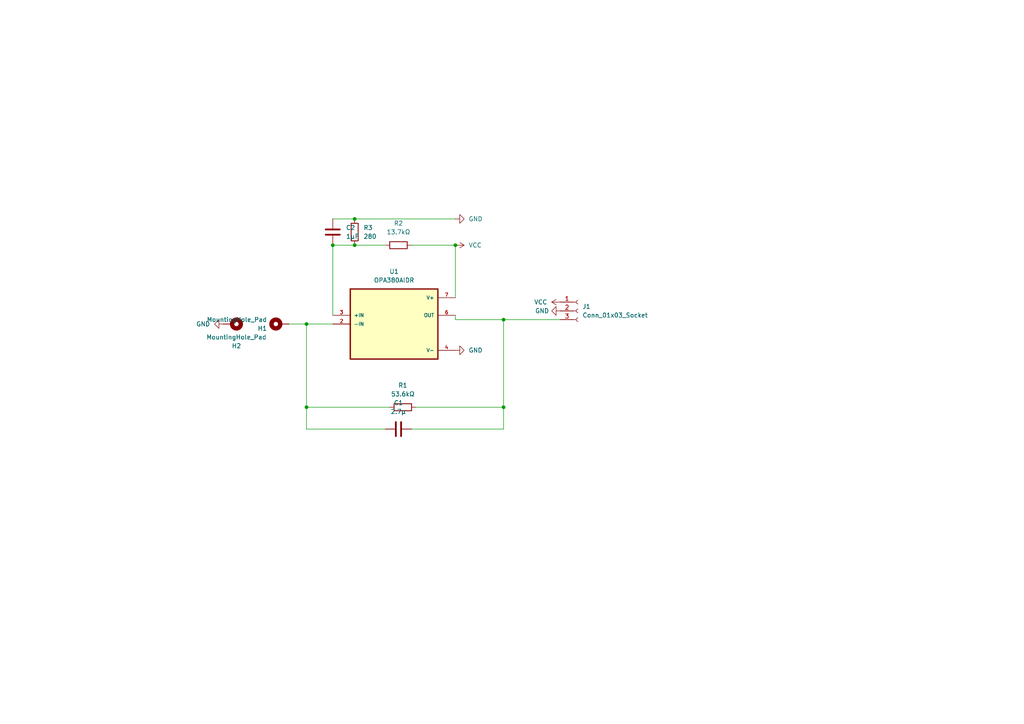
<source format=kicad_sch>
(kicad_sch
	(version 20250114)
	(generator "eeschema")
	(generator_version "9.0")
	(uuid "ecfdb03b-cadf-458e-be5a-7727c0bf1f54")
	(paper "A4")
	(lib_symbols
		(symbol "Connector:Conn_01x03_Socket"
			(pin_names
				(offset 1.016)
				(hide yes)
			)
			(exclude_from_sim no)
			(in_bom yes)
			(on_board yes)
			(property "Reference" "J"
				(at 0 5.08 0)
				(effects
					(font
						(size 1.27 1.27)
					)
				)
			)
			(property "Value" "Conn_01x03_Socket"
				(at 0 -5.08 0)
				(effects
					(font
						(size 1.27 1.27)
					)
				)
			)
			(property "Footprint" ""
				(at 0 0 0)
				(effects
					(font
						(size 1.27 1.27)
					)
					(hide yes)
				)
			)
			(property "Datasheet" "~"
				(at 0 0 0)
				(effects
					(font
						(size 1.27 1.27)
					)
					(hide yes)
				)
			)
			(property "Description" "Generic connector, single row, 01x03, script generated"
				(at 0 0 0)
				(effects
					(font
						(size 1.27 1.27)
					)
					(hide yes)
				)
			)
			(property "ki_locked" ""
				(at 0 0 0)
				(effects
					(font
						(size 1.27 1.27)
					)
				)
			)
			(property "ki_keywords" "connector"
				(at 0 0 0)
				(effects
					(font
						(size 1.27 1.27)
					)
					(hide yes)
				)
			)
			(property "ki_fp_filters" "Connector*:*_1x??_*"
				(at 0 0 0)
				(effects
					(font
						(size 1.27 1.27)
					)
					(hide yes)
				)
			)
			(symbol "Conn_01x03_Socket_1_1"
				(polyline
					(pts
						(xy -1.27 2.54) (xy -0.508 2.54)
					)
					(stroke
						(width 0.1524)
						(type default)
					)
					(fill
						(type none)
					)
				)
				(polyline
					(pts
						(xy -1.27 0) (xy -0.508 0)
					)
					(stroke
						(width 0.1524)
						(type default)
					)
					(fill
						(type none)
					)
				)
				(polyline
					(pts
						(xy -1.27 -2.54) (xy -0.508 -2.54)
					)
					(stroke
						(width 0.1524)
						(type default)
					)
					(fill
						(type none)
					)
				)
				(arc
					(start 0 2.032)
					(mid -0.5058 2.54)
					(end 0 3.048)
					(stroke
						(width 0.1524)
						(type default)
					)
					(fill
						(type none)
					)
				)
				(arc
					(start 0 -0.508)
					(mid -0.5058 0)
					(end 0 0.508)
					(stroke
						(width 0.1524)
						(type default)
					)
					(fill
						(type none)
					)
				)
				(arc
					(start 0 -3.048)
					(mid -0.5058 -2.54)
					(end 0 -2.032)
					(stroke
						(width 0.1524)
						(type default)
					)
					(fill
						(type none)
					)
				)
				(pin passive line
					(at -5.08 2.54 0)
					(length 3.81)
					(name "Pin_1"
						(effects
							(font
								(size 1.27 1.27)
							)
						)
					)
					(number "1"
						(effects
							(font
								(size 1.27 1.27)
							)
						)
					)
				)
				(pin passive line
					(at -5.08 0 0)
					(length 3.81)
					(name "Pin_2"
						(effects
							(font
								(size 1.27 1.27)
							)
						)
					)
					(number "2"
						(effects
							(font
								(size 1.27 1.27)
							)
						)
					)
				)
				(pin passive line
					(at -5.08 -2.54 0)
					(length 3.81)
					(name "Pin_3"
						(effects
							(font
								(size 1.27 1.27)
							)
						)
					)
					(number "3"
						(effects
							(font
								(size 1.27 1.27)
							)
						)
					)
				)
			)
			(embedded_fonts no)
		)
		(symbol "Device:C"
			(pin_numbers
				(hide yes)
			)
			(pin_names
				(offset 0.254)
			)
			(exclude_from_sim no)
			(in_bom yes)
			(on_board yes)
			(property "Reference" "C"
				(at 0.635 2.54 0)
				(effects
					(font
						(size 1.27 1.27)
					)
					(justify left)
				)
			)
			(property "Value" "C"
				(at 0.635 -2.54 0)
				(effects
					(font
						(size 1.27 1.27)
					)
					(justify left)
				)
			)
			(property "Footprint" ""
				(at 0.9652 -3.81 0)
				(effects
					(font
						(size 1.27 1.27)
					)
					(hide yes)
				)
			)
			(property "Datasheet" "~"
				(at 0 0 0)
				(effects
					(font
						(size 1.27 1.27)
					)
					(hide yes)
				)
			)
			(property "Description" "Unpolarized capacitor"
				(at 0 0 0)
				(effects
					(font
						(size 1.27 1.27)
					)
					(hide yes)
				)
			)
			(property "ki_keywords" "cap capacitor"
				(at 0 0 0)
				(effects
					(font
						(size 1.27 1.27)
					)
					(hide yes)
				)
			)
			(property "ki_fp_filters" "C_*"
				(at 0 0 0)
				(effects
					(font
						(size 1.27 1.27)
					)
					(hide yes)
				)
			)
			(symbol "C_0_1"
				(polyline
					(pts
						(xy -2.032 0.762) (xy 2.032 0.762)
					)
					(stroke
						(width 0.508)
						(type default)
					)
					(fill
						(type none)
					)
				)
				(polyline
					(pts
						(xy -2.032 -0.762) (xy 2.032 -0.762)
					)
					(stroke
						(width 0.508)
						(type default)
					)
					(fill
						(type none)
					)
				)
			)
			(symbol "C_1_1"
				(pin passive line
					(at 0 3.81 270)
					(length 2.794)
					(name "~"
						(effects
							(font
								(size 1.27 1.27)
							)
						)
					)
					(number "1"
						(effects
							(font
								(size 1.27 1.27)
							)
						)
					)
				)
				(pin passive line
					(at 0 -3.81 90)
					(length 2.794)
					(name "~"
						(effects
							(font
								(size 1.27 1.27)
							)
						)
					)
					(number "2"
						(effects
							(font
								(size 1.27 1.27)
							)
						)
					)
				)
			)
			(embedded_fonts no)
		)
		(symbol "Device:R"
			(pin_numbers
				(hide yes)
			)
			(pin_names
				(offset 0)
			)
			(exclude_from_sim no)
			(in_bom yes)
			(on_board yes)
			(property "Reference" "R"
				(at 2.032 0 90)
				(effects
					(font
						(size 1.27 1.27)
					)
				)
			)
			(property "Value" "R"
				(at 0 0 90)
				(effects
					(font
						(size 1.27 1.27)
					)
				)
			)
			(property "Footprint" ""
				(at -1.778 0 90)
				(effects
					(font
						(size 1.27 1.27)
					)
					(hide yes)
				)
			)
			(property "Datasheet" "~"
				(at 0 0 0)
				(effects
					(font
						(size 1.27 1.27)
					)
					(hide yes)
				)
			)
			(property "Description" "Resistor"
				(at 0 0 0)
				(effects
					(font
						(size 1.27 1.27)
					)
					(hide yes)
				)
			)
			(property "ki_keywords" "R res resistor"
				(at 0 0 0)
				(effects
					(font
						(size 1.27 1.27)
					)
					(hide yes)
				)
			)
			(property "ki_fp_filters" "R_*"
				(at 0 0 0)
				(effects
					(font
						(size 1.27 1.27)
					)
					(hide yes)
				)
			)
			(symbol "R_0_1"
				(rectangle
					(start -1.016 -2.54)
					(end 1.016 2.54)
					(stroke
						(width 0.254)
						(type default)
					)
					(fill
						(type none)
					)
				)
			)
			(symbol "R_1_1"
				(pin passive line
					(at 0 3.81 270)
					(length 1.27)
					(name "~"
						(effects
							(font
								(size 1.27 1.27)
							)
						)
					)
					(number "1"
						(effects
							(font
								(size 1.27 1.27)
							)
						)
					)
				)
				(pin passive line
					(at 0 -3.81 90)
					(length 1.27)
					(name "~"
						(effects
							(font
								(size 1.27 1.27)
							)
						)
					)
					(number "2"
						(effects
							(font
								(size 1.27 1.27)
							)
						)
					)
				)
			)
			(embedded_fonts no)
		)
		(symbol "Mechanical:MountingHole_Pad"
			(pin_numbers
				(hide yes)
			)
			(pin_names
				(offset 1.016)
				(hide yes)
			)
			(exclude_from_sim no)
			(in_bom no)
			(on_board yes)
			(property "Reference" "H"
				(at 0 6.35 0)
				(effects
					(font
						(size 1.27 1.27)
					)
				)
			)
			(property "Value" "MountingHole_Pad"
				(at 0 4.445 0)
				(effects
					(font
						(size 1.27 1.27)
					)
				)
			)
			(property "Footprint" ""
				(at 0 0 0)
				(effects
					(font
						(size 1.27 1.27)
					)
					(hide yes)
				)
			)
			(property "Datasheet" "~"
				(at 0 0 0)
				(effects
					(font
						(size 1.27 1.27)
					)
					(hide yes)
				)
			)
			(property "Description" "Mounting Hole with connection"
				(at 0 0 0)
				(effects
					(font
						(size 1.27 1.27)
					)
					(hide yes)
				)
			)
			(property "ki_keywords" "mounting hole"
				(at 0 0 0)
				(effects
					(font
						(size 1.27 1.27)
					)
					(hide yes)
				)
			)
			(property "ki_fp_filters" "MountingHole*Pad*"
				(at 0 0 0)
				(effects
					(font
						(size 1.27 1.27)
					)
					(hide yes)
				)
			)
			(symbol "MountingHole_Pad_0_1"
				(circle
					(center 0 1.27)
					(radius 1.27)
					(stroke
						(width 1.27)
						(type default)
					)
					(fill
						(type none)
					)
				)
			)
			(symbol "MountingHole_Pad_1_1"
				(pin input line
					(at 0 -2.54 90)
					(length 2.54)
					(name "1"
						(effects
							(font
								(size 1.27 1.27)
							)
						)
					)
					(number "1"
						(effects
							(font
								(size 1.27 1.27)
							)
						)
					)
				)
			)
			(embedded_fonts no)
		)
		(symbol "OPA380AIDR:OPA380AIDR"
			(pin_names
				(offset 1.016)
			)
			(exclude_from_sim no)
			(in_bom yes)
			(on_board yes)
			(property "Reference" "U"
				(at -12.7 11.16 0)
				(effects
					(font
						(size 1.27 1.27)
					)
					(justify left bottom)
				)
			)
			(property "Value" "OPA380AIDR"
				(at -12.7 -14.16 0)
				(effects
					(font
						(size 1.27 1.27)
					)
					(justify left bottom)
				)
			)
			(property "Footprint" "OPA380AIDR:SOIC127P599X175-8N"
				(at 0 0 0)
				(effects
					(font
						(size 1.27 1.27)
					)
					(justify bottom)
					(hide yes)
				)
			)
			(property "Datasheet" ""
				(at 0 0 0)
				(effects
					(font
						(size 1.27 1.27)
					)
					(hide yes)
				)
			)
			(property "Description" ""
				(at 0 0 0)
				(effects
					(font
						(size 1.27 1.27)
					)
					(hide yes)
				)
			)
			(property "MF" "Texas Instruments"
				(at 0 0 0)
				(effects
					(font
						(size 1.27 1.27)
					)
					(justify bottom)
					(hide yes)
				)
			)
			(property "Description_1" "Single, High-Speed Precision Transimpedance Amplifier"
				(at 0 0 0)
				(effects
					(font
						(size 1.27 1.27)
					)
					(justify bottom)
					(hide yes)
				)
			)
			(property "Package" "SOIC-8 Texas Instruments"
				(at 0 0 0)
				(effects
					(font
						(size 1.27 1.27)
					)
					(justify bottom)
					(hide yes)
				)
			)
			(property "Price" "None"
				(at 0 0 0)
				(effects
					(font
						(size 1.27 1.27)
					)
					(justify bottom)
					(hide yes)
				)
			)
			(property "SnapEDA_Link" "https://www.snapeda.com/parts/OPA380AIDR/Texas+Instruments/view-part/?ref=snap"
				(at 0 0 0)
				(effects
					(font
						(size 1.27 1.27)
					)
					(justify bottom)
					(hide yes)
				)
			)
			(property "MP" "OPA380AIDR"
				(at 0 0 0)
				(effects
					(font
						(size 1.27 1.27)
					)
					(justify bottom)
					(hide yes)
				)
			)
			(property "Availability" "In Stock"
				(at 0 0 0)
				(effects
					(font
						(size 1.27 1.27)
					)
					(justify bottom)
					(hide yes)
				)
			)
			(property "Check_prices" "https://www.snapeda.com/parts/OPA380AIDR/Texas+Instruments/view-part/?ref=eda"
				(at 0 0 0)
				(effects
					(font
						(size 1.27 1.27)
					)
					(justify bottom)
					(hide yes)
				)
			)
			(symbol "OPA380AIDR_0_0"
				(rectangle
					(start -12.7 -10.16)
					(end 12.7 10.16)
					(stroke
						(width 0.41)
						(type default)
					)
					(fill
						(type background)
					)
				)
				(pin input line
					(at -17.78 2.54 0)
					(length 5.08)
					(name "+IN"
						(effects
							(font
								(size 1.016 1.016)
							)
						)
					)
					(number "3"
						(effects
							(font
								(size 1.016 1.016)
							)
						)
					)
				)
				(pin input line
					(at -17.78 0 0)
					(length 5.08)
					(name "-IN"
						(effects
							(font
								(size 1.016 1.016)
							)
						)
					)
					(number "2"
						(effects
							(font
								(size 1.016 1.016)
							)
						)
					)
				)
				(pin power_in line
					(at 17.78 7.62 180)
					(length 5.08)
					(name "V+"
						(effects
							(font
								(size 1.016 1.016)
							)
						)
					)
					(number "7"
						(effects
							(font
								(size 1.016 1.016)
							)
						)
					)
				)
				(pin output line
					(at 17.78 2.54 180)
					(length 5.08)
					(name "OUT"
						(effects
							(font
								(size 1.016 1.016)
							)
						)
					)
					(number "6"
						(effects
							(font
								(size 1.016 1.016)
							)
						)
					)
				)
				(pin power_in line
					(at 17.78 -7.62 180)
					(length 5.08)
					(name "V-"
						(effects
							(font
								(size 1.016 1.016)
							)
						)
					)
					(number "4"
						(effects
							(font
								(size 1.016 1.016)
							)
						)
					)
				)
			)
			(embedded_fonts no)
		)
		(symbol "power:GND"
			(power)
			(pin_numbers
				(hide yes)
			)
			(pin_names
				(offset 0)
				(hide yes)
			)
			(exclude_from_sim no)
			(in_bom yes)
			(on_board yes)
			(property "Reference" "#PWR"
				(at 0 -6.35 0)
				(effects
					(font
						(size 1.27 1.27)
					)
					(hide yes)
				)
			)
			(property "Value" "GND"
				(at 0 -3.81 0)
				(effects
					(font
						(size 1.27 1.27)
					)
				)
			)
			(property "Footprint" ""
				(at 0 0 0)
				(effects
					(font
						(size 1.27 1.27)
					)
					(hide yes)
				)
			)
			(property "Datasheet" ""
				(at 0 0 0)
				(effects
					(font
						(size 1.27 1.27)
					)
					(hide yes)
				)
			)
			(property "Description" "Power symbol creates a global label with name \"GND\" , ground"
				(at 0 0 0)
				(effects
					(font
						(size 1.27 1.27)
					)
					(hide yes)
				)
			)
			(property "ki_keywords" "global power"
				(at 0 0 0)
				(effects
					(font
						(size 1.27 1.27)
					)
					(hide yes)
				)
			)
			(symbol "GND_0_1"
				(polyline
					(pts
						(xy 0 0) (xy 0 -1.27) (xy 1.27 -1.27) (xy 0 -2.54) (xy -1.27 -1.27) (xy 0 -1.27)
					)
					(stroke
						(width 0)
						(type default)
					)
					(fill
						(type none)
					)
				)
			)
			(symbol "GND_1_1"
				(pin power_in line
					(at 0 0 270)
					(length 0)
					(name "~"
						(effects
							(font
								(size 1.27 1.27)
							)
						)
					)
					(number "1"
						(effects
							(font
								(size 1.27 1.27)
							)
						)
					)
				)
			)
			(embedded_fonts no)
		)
		(symbol "power:VCC"
			(power)
			(pin_numbers
				(hide yes)
			)
			(pin_names
				(offset 0)
				(hide yes)
			)
			(exclude_from_sim no)
			(in_bom yes)
			(on_board yes)
			(property "Reference" "#PWR"
				(at 0 -3.81 0)
				(effects
					(font
						(size 1.27 1.27)
					)
					(hide yes)
				)
			)
			(property "Value" "VCC"
				(at 0 3.556 0)
				(effects
					(font
						(size 1.27 1.27)
					)
				)
			)
			(property "Footprint" ""
				(at 0 0 0)
				(effects
					(font
						(size 1.27 1.27)
					)
					(hide yes)
				)
			)
			(property "Datasheet" ""
				(at 0 0 0)
				(effects
					(font
						(size 1.27 1.27)
					)
					(hide yes)
				)
			)
			(property "Description" "Power symbol creates a global label with name \"VCC\""
				(at 0 0 0)
				(effects
					(font
						(size 1.27 1.27)
					)
					(hide yes)
				)
			)
			(property "ki_keywords" "global power"
				(at 0 0 0)
				(effects
					(font
						(size 1.27 1.27)
					)
					(hide yes)
				)
			)
			(symbol "VCC_0_1"
				(polyline
					(pts
						(xy -0.762 1.27) (xy 0 2.54)
					)
					(stroke
						(width 0)
						(type default)
					)
					(fill
						(type none)
					)
				)
				(polyline
					(pts
						(xy 0 2.54) (xy 0.762 1.27)
					)
					(stroke
						(width 0)
						(type default)
					)
					(fill
						(type none)
					)
				)
				(polyline
					(pts
						(xy 0 0) (xy 0 2.54)
					)
					(stroke
						(width 0)
						(type default)
					)
					(fill
						(type none)
					)
				)
			)
			(symbol "VCC_1_1"
				(pin power_in line
					(at 0 0 90)
					(length 0)
					(name "~"
						(effects
							(font
								(size 1.27 1.27)
							)
						)
					)
					(number "1"
						(effects
							(font
								(size 1.27 1.27)
							)
						)
					)
				)
			)
			(embedded_fonts no)
		)
	)
	(junction
		(at 146.05 92.71)
		(diameter 0)
		(color 0 0 0 0)
		(uuid "0a0f1086-df9d-450c-a4d6-d76747f0c650")
	)
	(junction
		(at 96.52 71.12)
		(diameter 0)
		(color 0 0 0 0)
		(uuid "0aaca79d-ac27-42fa-a153-884833858876")
	)
	(junction
		(at 88.9 118.11)
		(diameter 0)
		(color 0 0 0 0)
		(uuid "0dd6ba86-992b-4e63-a59d-93679269b046")
	)
	(junction
		(at 88.9 93.98)
		(diameter 0)
		(color 0 0 0 0)
		(uuid "1c76166d-98b8-4781-94d0-15e779e5dd99")
	)
	(junction
		(at 102.87 63.5)
		(diameter 0)
		(color 0 0 0 0)
		(uuid "4d065138-8b4e-404b-9da2-0cf3fdd06a36")
	)
	(junction
		(at 102.87 71.12)
		(diameter 0)
		(color 0 0 0 0)
		(uuid "816a6026-5d27-4738-a550-e9cf21150204")
	)
	(junction
		(at 146.05 118.11)
		(diameter 0)
		(color 0 0 0 0)
		(uuid "ddcc6dce-7c7e-4316-a82c-bf4dd7945565")
	)
	(junction
		(at 132.08 71.12)
		(diameter 0)
		(color 0 0 0 0)
		(uuid "e46b726e-dda5-46f8-8380-05514f989ff3")
	)
	(wire
		(pts
			(xy 96.52 91.44) (xy 96.52 71.12)
		)
		(stroke
			(width 0)
			(type default)
		)
		(uuid "0056f78d-d628-4391-a371-18f7c0e7ee5e")
	)
	(wire
		(pts
			(xy 83.82 93.98) (xy 88.9 93.98)
		)
		(stroke
			(width 0)
			(type default)
		)
		(uuid "055d389e-bb61-45f2-937d-7f267018a191")
	)
	(wire
		(pts
			(xy 146.05 124.46) (xy 146.05 118.11)
		)
		(stroke
			(width 0)
			(type default)
		)
		(uuid "0b40b5e3-584d-4b25-b966-dad2bf3ebb65")
	)
	(wire
		(pts
			(xy 120.65 118.11) (xy 146.05 118.11)
		)
		(stroke
			(width 0)
			(type default)
		)
		(uuid "0f10ae2e-d185-4c0d-a92a-123eacceb61e")
	)
	(wire
		(pts
			(xy 119.38 71.12) (xy 132.08 71.12)
		)
		(stroke
			(width 0)
			(type default)
		)
		(uuid "1039c00d-a014-4f00-9957-adceacbb9927")
	)
	(wire
		(pts
			(xy 96.52 71.12) (xy 102.87 71.12)
		)
		(stroke
			(width 0)
			(type default)
		)
		(uuid "297b9459-19a3-433c-8924-9e08f085477a")
	)
	(wire
		(pts
			(xy 146.05 118.11) (xy 146.05 92.71)
		)
		(stroke
			(width 0)
			(type default)
		)
		(uuid "2b41efb5-92b4-4755-9ded-8e32458cc666")
	)
	(wire
		(pts
			(xy 88.9 93.98) (xy 88.9 118.11)
		)
		(stroke
			(width 0)
			(type default)
		)
		(uuid "40f40aa9-b06a-40d9-977c-b82e2cfa2abe")
	)
	(wire
		(pts
			(xy 88.9 118.11) (xy 88.9 124.46)
		)
		(stroke
			(width 0)
			(type default)
		)
		(uuid "5d056b4a-c2d7-4455-b79f-f8fe66efc4e4")
	)
	(wire
		(pts
			(xy 146.05 92.71) (xy 132.08 92.71)
		)
		(stroke
			(width 0)
			(type default)
		)
		(uuid "9117c6db-066b-4b95-a606-a10cc81a9fc7")
	)
	(wire
		(pts
			(xy 102.87 63.5) (xy 132.08 63.5)
		)
		(stroke
			(width 0)
			(type default)
		)
		(uuid "9830e8c5-47ba-40db-a77f-d0e16c960ff2")
	)
	(wire
		(pts
			(xy 88.9 93.98) (xy 96.52 93.98)
		)
		(stroke
			(width 0)
			(type default)
		)
		(uuid "bb7c61bc-be92-4d6d-8b61-4abc70c4c1e8")
	)
	(wire
		(pts
			(xy 88.9 118.11) (xy 113.03 118.11)
		)
		(stroke
			(width 0)
			(type default)
		)
		(uuid "cd7ef475-38f6-4efa-af40-9095a4ef7fb3")
	)
	(wire
		(pts
			(xy 88.9 124.46) (xy 111.76 124.46)
		)
		(stroke
			(width 0)
			(type default)
		)
		(uuid "d3f911c2-a5d7-477c-a962-eaace17fdba7")
	)
	(wire
		(pts
			(xy 119.38 124.46) (xy 146.05 124.46)
		)
		(stroke
			(width 0)
			(type default)
		)
		(uuid "da7d9094-87e0-4457-b7c2-04ae89a79dcb")
	)
	(wire
		(pts
			(xy 132.08 71.12) (xy 132.08 86.36)
		)
		(stroke
			(width 0)
			(type default)
		)
		(uuid "db1ac759-f978-4e49-9ffd-57f6151fac2a")
	)
	(wire
		(pts
			(xy 132.08 92.71) (xy 132.08 91.44)
		)
		(stroke
			(width 0)
			(type default)
		)
		(uuid "e8f55004-8b73-4e89-9b33-5cf7d8b8fe88")
	)
	(wire
		(pts
			(xy 96.52 63.5) (xy 102.87 63.5)
		)
		(stroke
			(width 0)
			(type default)
		)
		(uuid "ed6f2d34-b6c7-47b3-b2f6-46a1fac70d5b")
	)
	(wire
		(pts
			(xy 162.56 92.71) (xy 146.05 92.71)
		)
		(stroke
			(width 0)
			(type default)
		)
		(uuid "f8e627c3-c865-4c6f-a248-a4c8888d194e")
	)
	(wire
		(pts
			(xy 102.87 71.12) (xy 111.76 71.12)
		)
		(stroke
			(width 0)
			(type default)
		)
		(uuid "feb5958b-216a-4016-a04e-ba4a0f981e66")
	)
	(symbol
		(lib_id "Device:R")
		(at 116.84 118.11 90)
		(unit 1)
		(exclude_from_sim no)
		(in_bom yes)
		(on_board yes)
		(dnp no)
		(fields_autoplaced yes)
		(uuid "00794630-3f07-4e74-9535-014f3bce6a07")
		(property "Reference" "R1"
			(at 116.84 111.76 90)
			(effects
				(font
					(size 1.27 1.27)
				)
			)
		)
		(property "Value" "53.6kΩ"
			(at 116.84 114.3 90)
			(effects
				(font
					(size 1.27 1.27)
				)
			)
		)
		(property "Footprint" "Resistor_SMD:R_0805_2012Metric_Pad1.20x1.40mm_HandSolder"
			(at 116.84 119.888 90)
			(effects
				(font
					(size 1.27 1.27)
				)
				(hide yes)
			)
		)
		(property "Datasheet" "~"
			(at 116.84 118.11 0)
			(effects
				(font
					(size 1.27 1.27)
				)
				(hide yes)
			)
		)
		(property "Description" "Resistor"
			(at 116.84 118.11 0)
			(effects
				(font
					(size 1.27 1.27)
				)
				(hide yes)
			)
		)
		(pin "2"
			(uuid "f9ed51e6-5af2-4c1a-94d1-02815fce6ec5")
		)
		(pin "1"
			(uuid "033ec379-bdd6-422e-81fc-9aebb0fc0e3c")
		)
		(instances
			(project ""
				(path "/ecfdb03b-cadf-458e-be5a-7727c0bf1f54"
					(reference "R1")
					(unit 1)
				)
			)
		)
	)
	(symbol
		(lib_id "Connector:Conn_01x03_Socket")
		(at 167.64 90.17 0)
		(unit 1)
		(exclude_from_sim no)
		(in_bom yes)
		(on_board yes)
		(dnp no)
		(fields_autoplaced yes)
		(uuid "0970aef1-d7e5-4917-9c50-210179a5f3d0")
		(property "Reference" "J1"
			(at 168.91 88.8999 0)
			(effects
				(font
					(size 1.27 1.27)
				)
				(justify left)
			)
		)
		(property "Value" "Conn_01x03_Socket"
			(at 168.91 91.4399 0)
			(effects
				(font
					(size 1.27 1.27)
				)
				(justify left)
			)
		)
		(property "Footprint" "Connector_PinHeader_1.00mm:PinHeader_1x03_P1.00mm_Horizontal"
			(at 167.64 90.17 0)
			(effects
				(font
					(size 1.27 1.27)
				)
				(hide yes)
			)
		)
		(property "Datasheet" "~"
			(at 167.64 90.17 0)
			(effects
				(font
					(size 1.27 1.27)
				)
				(hide yes)
			)
		)
		(property "Description" "Generic connector, single row, 01x03, script generated"
			(at 167.64 90.17 0)
			(effects
				(font
					(size 1.27 1.27)
				)
				(hide yes)
			)
		)
		(pin "2"
			(uuid "029cc4d8-b42e-40ed-b0c6-fae8b54479f4")
		)
		(pin "1"
			(uuid "be60ef41-5944-4d3d-b3b8-b2438fc347de")
		)
		(pin "3"
			(uuid "e5b2a6c8-8e0a-4467-85c3-503785b31273")
		)
		(instances
			(project ""
				(path "/ecfdb03b-cadf-458e-be5a-7727c0bf1f54"
					(reference "J1")
					(unit 1)
				)
			)
		)
	)
	(symbol
		(lib_id "power:GND")
		(at 132.08 63.5 90)
		(unit 1)
		(exclude_from_sim no)
		(in_bom yes)
		(on_board yes)
		(dnp no)
		(fields_autoplaced yes)
		(uuid "2af9bfa6-9262-4bf4-9e97-bde6680adf2c")
		(property "Reference" "#PWR06"
			(at 138.43 63.5 0)
			(effects
				(font
					(size 1.27 1.27)
				)
				(hide yes)
			)
		)
		(property "Value" "GND"
			(at 135.89 63.4999 90)
			(effects
				(font
					(size 1.27 1.27)
				)
				(justify right)
			)
		)
		(property "Footprint" ""
			(at 132.08 63.5 0)
			(effects
				(font
					(size 1.27 1.27)
				)
				(hide yes)
			)
		)
		(property "Datasheet" ""
			(at 132.08 63.5 0)
			(effects
				(font
					(size 1.27 1.27)
				)
				(hide yes)
			)
		)
		(property "Description" "Power symbol creates a global label with name \"GND\" , ground"
			(at 132.08 63.5 0)
			(effects
				(font
					(size 1.27 1.27)
				)
				(hide yes)
			)
		)
		(pin "1"
			(uuid "ad3ae06a-a575-499c-a125-b210e3d5c4aa")
		)
		(instances
			(project "greenlight"
				(path "/ecfdb03b-cadf-458e-be5a-7727c0bf1f54"
					(reference "#PWR06")
					(unit 1)
				)
			)
		)
	)
	(symbol
		(lib_id "Device:R")
		(at 115.57 71.12 90)
		(unit 1)
		(exclude_from_sim no)
		(in_bom yes)
		(on_board yes)
		(dnp no)
		(fields_autoplaced yes)
		(uuid "3db99da0-a7e9-4dba-baa5-f271445496da")
		(property "Reference" "R2"
			(at 115.57 64.77 90)
			(effects
				(font
					(size 1.27 1.27)
				)
			)
		)
		(property "Value" "13.7kΩ"
			(at 115.57 67.31 90)
			(effects
				(font
					(size 1.27 1.27)
				)
			)
		)
		(property "Footprint" "Resistor_SMD:R_0805_2012Metric_Pad1.20x1.40mm_HandSolder"
			(at 115.57 72.898 90)
			(effects
				(font
					(size 1.27 1.27)
				)
				(hide yes)
			)
		)
		(property "Datasheet" "~"
			(at 115.57 71.12 0)
			(effects
				(font
					(size 1.27 1.27)
				)
				(hide yes)
			)
		)
		(property "Description" "Resistor"
			(at 115.57 71.12 0)
			(effects
				(font
					(size 1.27 1.27)
				)
				(hide yes)
			)
		)
		(pin "1"
			(uuid "0faea31f-a3ac-4d2a-9f37-c84f50cfd1b2")
		)
		(pin "2"
			(uuid "29384f89-710a-4561-83d3-14422638dbc2")
		)
		(instances
			(project ""
				(path "/ecfdb03b-cadf-458e-be5a-7727c0bf1f54"
					(reference "R2")
					(unit 1)
				)
			)
		)
	)
	(symbol
		(lib_id "power:GND")
		(at 132.08 101.6 90)
		(unit 1)
		(exclude_from_sim no)
		(in_bom yes)
		(on_board yes)
		(dnp no)
		(fields_autoplaced yes)
		(uuid "4bff2ff2-dd54-4ac2-9b54-f1d937f12cd2")
		(property "Reference" "#PWR05"
			(at 138.43 101.6 0)
			(effects
				(font
					(size 1.27 1.27)
				)
				(hide yes)
			)
		)
		(property "Value" "GND"
			(at 135.89 101.5999 90)
			(effects
				(font
					(size 1.27 1.27)
				)
				(justify right)
			)
		)
		(property "Footprint" ""
			(at 132.08 101.6 0)
			(effects
				(font
					(size 1.27 1.27)
				)
				(hide yes)
			)
		)
		(property "Datasheet" ""
			(at 132.08 101.6 0)
			(effects
				(font
					(size 1.27 1.27)
				)
				(hide yes)
			)
		)
		(property "Description" "Power symbol creates a global label with name \"GND\" , ground"
			(at 132.08 101.6 0)
			(effects
				(font
					(size 1.27 1.27)
				)
				(hide yes)
			)
		)
		(pin "1"
			(uuid "45d06b44-6731-4dc5-b8f7-0c1feb3dc8cd")
		)
		(instances
			(project ""
				(path "/ecfdb03b-cadf-458e-be5a-7727c0bf1f54"
					(reference "#PWR05")
					(unit 1)
				)
			)
		)
	)
	(symbol
		(lib_id "power:GND")
		(at 64.77 93.98 270)
		(unit 1)
		(exclude_from_sim no)
		(in_bom yes)
		(on_board yes)
		(dnp no)
		(fields_autoplaced yes)
		(uuid "6db17a65-3a0f-4e26-ae08-d778dd04d6c5")
		(property "Reference" "#PWR01"
			(at 58.42 93.98 0)
			(effects
				(font
					(size 1.27 1.27)
				)
				(hide yes)
			)
		)
		(property "Value" "GND"
			(at 60.96 93.9801 90)
			(effects
				(font
					(size 1.27 1.27)
				)
				(justify right)
			)
		)
		(property "Footprint" ""
			(at 64.77 93.98 0)
			(effects
				(font
					(size 1.27 1.27)
				)
				(hide yes)
			)
		)
		(property "Datasheet" ""
			(at 64.77 93.98 0)
			(effects
				(font
					(size 1.27 1.27)
				)
				(hide yes)
			)
		)
		(property "Description" "Power symbol creates a global label with name \"GND\" , ground"
			(at 64.77 93.98 0)
			(effects
				(font
					(size 1.27 1.27)
				)
				(hide yes)
			)
		)
		(pin "1"
			(uuid "790f8e6c-a4b4-4e19-84fe-5b51ab82510b")
		)
		(instances
			(project ""
				(path "/ecfdb03b-cadf-458e-be5a-7727c0bf1f54"
					(reference "#PWR01")
					(unit 1)
				)
			)
		)
	)
	(symbol
		(lib_id "Device:C")
		(at 96.52 67.31 180)
		(unit 1)
		(exclude_from_sim no)
		(in_bom yes)
		(on_board yes)
		(dnp no)
		(fields_autoplaced yes)
		(uuid "79ef26bb-eb01-4efb-9dae-ebaf67a75368")
		(property "Reference" "C2"
			(at 100.33 66.0399 0)
			(effects
				(font
					(size 1.27 1.27)
				)
				(justify right)
			)
		)
		(property "Value" "1µF"
			(at 100.33 68.5799 0)
			(effects
				(font
					(size 1.27 1.27)
				)
				(justify right)
			)
		)
		(property "Footprint" "Capacitor_SMD:C_0805_2012Metric_Pad1.18x1.45mm_HandSolder"
			(at 95.5548 63.5 0)
			(effects
				(font
					(size 1.27 1.27)
				)
				(hide yes)
			)
		)
		(property "Datasheet" "~"
			(at 96.52 67.31 0)
			(effects
				(font
					(size 1.27 1.27)
				)
				(hide yes)
			)
		)
		(property "Description" "Unpolarized capacitor"
			(at 96.52 67.31 0)
			(effects
				(font
					(size 1.27 1.27)
				)
				(hide yes)
			)
		)
		(pin "1"
			(uuid "5a0dd331-0f16-4111-b7ac-4ceef3e2684d")
		)
		(pin "2"
			(uuid "b24a694c-37d7-4aa7-b171-1b7425cfd788")
		)
		(instances
			(project "greenlight"
				(path "/ecfdb03b-cadf-458e-be5a-7727c0bf1f54"
					(reference "C2")
					(unit 1)
				)
			)
		)
	)
	(symbol
		(lib_id "Mechanical:MountingHole_Pad")
		(at 67.31 93.98 270)
		(unit 1)
		(exclude_from_sim no)
		(in_bom no)
		(on_board yes)
		(dnp no)
		(fields_autoplaced yes)
		(uuid "a39b018a-91da-4353-b56e-ff6609b514ea")
		(property "Reference" "H2"
			(at 68.58 100.33 90)
			(effects
				(font
					(size 1.27 1.27)
				)
			)
		)
		(property "Value" "MountingHole_Pad"
			(at 68.58 97.79 90)
			(effects
				(font
					(size 1.27 1.27)
				)
			)
		)
		(property "Footprint" "MountingHole:MountingHole_2.5mm_Pad"
			(at 67.31 93.98 0)
			(effects
				(font
					(size 1.27 1.27)
				)
				(hide yes)
			)
		)
		(property "Datasheet" "~"
			(at 67.31 93.98 0)
			(effects
				(font
					(size 1.27 1.27)
				)
				(hide yes)
			)
		)
		(property "Description" "Mounting Hole with connection"
			(at 67.31 93.98 0)
			(effects
				(font
					(size 1.27 1.27)
				)
				(hide yes)
			)
		)
		(pin "1"
			(uuid "923b38ca-0547-4260-86f1-b8ea441a8371")
		)
		(instances
			(project "greenlight"
				(path "/ecfdb03b-cadf-458e-be5a-7727c0bf1f54"
					(reference "H2")
					(unit 1)
				)
			)
		)
	)
	(symbol
		(lib_id "power:VCC")
		(at 132.08 71.12 270)
		(unit 1)
		(exclude_from_sim no)
		(in_bom yes)
		(on_board yes)
		(dnp no)
		(fields_autoplaced yes)
		(uuid "ab85efdb-d84e-4230-a288-756efe3c55c2")
		(property "Reference" "#PWR04"
			(at 128.27 71.12 0)
			(effects
				(font
					(size 1.27 1.27)
				)
				(hide yes)
			)
		)
		(property "Value" "VCC"
			(at 135.89 71.1199 90)
			(effects
				(font
					(size 1.27 1.27)
				)
				(justify left)
			)
		)
		(property "Footprint" ""
			(at 132.08 71.12 0)
			(effects
				(font
					(size 1.27 1.27)
				)
				(hide yes)
			)
		)
		(property "Datasheet" ""
			(at 132.08 71.12 0)
			(effects
				(font
					(size 1.27 1.27)
				)
				(hide yes)
			)
		)
		(property "Description" "Power symbol creates a global label with name \"VCC\""
			(at 132.08 71.12 0)
			(effects
				(font
					(size 1.27 1.27)
				)
				(hide yes)
			)
		)
		(pin "1"
			(uuid "18b4a25b-74a4-4449-a623-f87c4c321685")
		)
		(instances
			(project ""
				(path "/ecfdb03b-cadf-458e-be5a-7727c0bf1f54"
					(reference "#PWR04")
					(unit 1)
				)
			)
		)
	)
	(symbol
		(lib_id "power:VCC")
		(at 162.56 87.63 90)
		(unit 1)
		(exclude_from_sim no)
		(in_bom yes)
		(on_board yes)
		(dnp no)
		(fields_autoplaced yes)
		(uuid "cfc85f27-7aeb-4bf8-9956-8b44f9736c5a")
		(property "Reference" "#PWR02"
			(at 166.37 87.63 0)
			(effects
				(font
					(size 1.27 1.27)
				)
				(hide yes)
			)
		)
		(property "Value" "VCC"
			(at 158.75 87.6299 90)
			(effects
				(font
					(size 1.27 1.27)
				)
				(justify left)
			)
		)
		(property "Footprint" ""
			(at 162.56 87.63 0)
			(effects
				(font
					(size 1.27 1.27)
				)
				(hide yes)
			)
		)
		(property "Datasheet" ""
			(at 162.56 87.63 0)
			(effects
				(font
					(size 1.27 1.27)
				)
				(hide yes)
			)
		)
		(property "Description" "Power symbol creates a global label with name \"VCC\""
			(at 162.56 87.63 0)
			(effects
				(font
					(size 1.27 1.27)
				)
				(hide yes)
			)
		)
		(pin "1"
			(uuid "59c24ef2-bf5b-4e1d-9883-b80af8fa40e5")
		)
		(instances
			(project ""
				(path "/ecfdb03b-cadf-458e-be5a-7727c0bf1f54"
					(reference "#PWR02")
					(unit 1)
				)
			)
		)
	)
	(symbol
		(lib_id "Device:R")
		(at 102.87 67.31 0)
		(unit 1)
		(exclude_from_sim no)
		(in_bom yes)
		(on_board yes)
		(dnp no)
		(fields_autoplaced yes)
		(uuid "d5db96fd-26b0-4adf-90ec-6cb4d37ad54c")
		(property "Reference" "R3"
			(at 105.41 66.0399 0)
			(effects
				(font
					(size 1.27 1.27)
				)
				(justify left)
			)
		)
		(property "Value" "280"
			(at 105.41 68.5799 0)
			(effects
				(font
					(size 1.27 1.27)
				)
				(justify left)
			)
		)
		(property "Footprint" "Resistor_SMD:R_0805_2012Metric_Pad1.20x1.40mm_HandSolder"
			(at 101.092 67.31 90)
			(effects
				(font
					(size 1.27 1.27)
				)
				(hide yes)
			)
		)
		(property "Datasheet" "~"
			(at 102.87 67.31 0)
			(effects
				(font
					(size 1.27 1.27)
				)
				(hide yes)
			)
		)
		(property "Description" "Resistor"
			(at 102.87 67.31 0)
			(effects
				(font
					(size 1.27 1.27)
				)
				(hide yes)
			)
		)
		(pin "1"
			(uuid "087aa9c9-264b-44b6-b6f2-ec34acbee71c")
		)
		(pin "2"
			(uuid "b38fe2f4-3a13-4793-b94b-886065a2648a")
		)
		(instances
			(project ""
				(path "/ecfdb03b-cadf-458e-be5a-7727c0bf1f54"
					(reference "R3")
					(unit 1)
				)
			)
		)
	)
	(symbol
		(lib_id "OPA380AIDR:OPA380AIDR")
		(at 114.3 93.98 0)
		(unit 1)
		(exclude_from_sim no)
		(in_bom yes)
		(on_board yes)
		(dnp no)
		(fields_autoplaced yes)
		(uuid "dfe2edcc-478e-43e9-b35a-adee2618d713")
		(property "Reference" "U1"
			(at 114.3 78.74 0)
			(effects
				(font
					(size 1.27 1.27)
				)
			)
		)
		(property "Value" "OPA380AIDR"
			(at 114.3 81.28 0)
			(effects
				(font
					(size 1.27 1.27)
				)
			)
		)
		(property "Footprint" "OPA380AIDR:SOIC127P599X175-8N"
			(at 114.3 93.98 0)
			(effects
				(font
					(size 1.27 1.27)
				)
				(justify bottom)
				(hide yes)
			)
		)
		(property "Datasheet" ""
			(at 114.3 93.98 0)
			(effects
				(font
					(size 1.27 1.27)
				)
				(hide yes)
			)
		)
		(property "Description" ""
			(at 114.3 93.98 0)
			(effects
				(font
					(size 1.27 1.27)
				)
				(hide yes)
			)
		)
		(property "MF" "Texas Instruments"
			(at 114.3 93.98 0)
			(effects
				(font
					(size 1.27 1.27)
				)
				(justify bottom)
				(hide yes)
			)
		)
		(property "Description_1" "Single, High-Speed Precision Transimpedance Amplifier"
			(at 114.3 93.98 0)
			(effects
				(font
					(size 1.27 1.27)
				)
				(justify bottom)
				(hide yes)
			)
		)
		(property "Package" "SOIC-8 Texas Instruments"
			(at 114.3 93.98 0)
			(effects
				(font
					(size 1.27 1.27)
				)
				(justify bottom)
				(hide yes)
			)
		)
		(property "Price" "None"
			(at 114.3 93.98 0)
			(effects
				(font
					(size 1.27 1.27)
				)
				(justify bottom)
				(hide yes)
			)
		)
		(property "SnapEDA_Link" "https://www.snapeda.com/parts/OPA380AIDR/Texas+Instruments/view-part/?ref=snap"
			(at 114.3 93.98 0)
			(effects
				(font
					(size 1.27 1.27)
				)
				(justify bottom)
				(hide yes)
			)
		)
		(property "MP" "OPA380AIDR"
			(at 114.3 93.98 0)
			(effects
				(font
					(size 1.27 1.27)
				)
				(justify bottom)
				(hide yes)
			)
		)
		(property "Availability" "In Stock"
			(at 114.3 93.98 0)
			(effects
				(font
					(size 1.27 1.27)
				)
				(justify bottom)
				(hide yes)
			)
		)
		(property "Check_prices" "https://www.snapeda.com/parts/OPA380AIDR/Texas+Instruments/view-part/?ref=eda"
			(at 114.3 93.98 0)
			(effects
				(font
					(size 1.27 1.27)
				)
				(justify bottom)
				(hide yes)
			)
		)
		(pin "4"
			(uuid "a6b54f54-353c-4239-bbe7-022370578bbd")
		)
		(pin "2"
			(uuid "8491d812-4809-4865-ab33-822ad42f19d7")
		)
		(pin "7"
			(uuid "05ccdb88-dc84-4bd7-99de-d25e7d082c81")
		)
		(pin "3"
			(uuid "1d2d9018-816b-4ffe-a7eb-f2291a30fc5f")
		)
		(pin "6"
			(uuid "160cbcaf-824a-4247-93e6-07f9e7b7f676")
		)
		(instances
			(project ""
				(path "/ecfdb03b-cadf-458e-be5a-7727c0bf1f54"
					(reference "U1")
					(unit 1)
				)
			)
		)
	)
	(symbol
		(lib_id "power:GND")
		(at 162.56 90.17 270)
		(unit 1)
		(exclude_from_sim no)
		(in_bom yes)
		(on_board yes)
		(dnp no)
		(uuid "e6c2ab51-cbd6-487c-876e-1fc5cbdef0fa")
		(property "Reference" "#PWR03"
			(at 156.21 90.17 0)
			(effects
				(font
					(size 1.27 1.27)
				)
				(hide yes)
			)
		)
		(property "Value" "GND"
			(at 157.226 90.17 90)
			(effects
				(font
					(size 1.27 1.27)
				)
			)
		)
		(property "Footprint" ""
			(at 162.56 90.17 0)
			(effects
				(font
					(size 1.27 1.27)
				)
				(hide yes)
			)
		)
		(property "Datasheet" ""
			(at 162.56 90.17 0)
			(effects
				(font
					(size 1.27 1.27)
				)
				(hide yes)
			)
		)
		(property "Description" "Power symbol creates a global label with name \"GND\" , ground"
			(at 162.56 90.17 0)
			(effects
				(font
					(size 1.27 1.27)
				)
				(hide yes)
			)
		)
		(pin "1"
			(uuid "37210a18-fb70-4737-aeea-038dd46793c8")
		)
		(instances
			(project ""
				(path "/ecfdb03b-cadf-458e-be5a-7727c0bf1f54"
					(reference "#PWR03")
					(unit 1)
				)
			)
		)
	)
	(symbol
		(lib_id "Device:C")
		(at 115.57 124.46 90)
		(unit 1)
		(exclude_from_sim no)
		(in_bom yes)
		(on_board yes)
		(dnp no)
		(fields_autoplaced yes)
		(uuid "ef35963a-6a57-48ca-8b0e-608a386cef22")
		(property "Reference" "C1"
			(at 115.57 116.84 90)
			(effects
				(font
					(size 1.27 1.27)
				)
			)
		)
		(property "Value" "2.7µ"
			(at 115.57 119.38 90)
			(effects
				(font
					(size 1.27 1.27)
				)
			)
		)
		(property "Footprint" "Capacitor_SMD:C_0805_2012Metric_Pad1.18x1.45mm_HandSolder"
			(at 119.38 123.4948 0)
			(effects
				(font
					(size 1.27 1.27)
				)
				(hide yes)
			)
		)
		(property "Datasheet" "~"
			(at 115.57 124.46 0)
			(effects
				(font
					(size 1.27 1.27)
				)
				(hide yes)
			)
		)
		(property "Description" "Unpolarized capacitor"
			(at 115.57 124.46 0)
			(effects
				(font
					(size 1.27 1.27)
				)
				(hide yes)
			)
		)
		(pin "1"
			(uuid "25f671c0-fea8-4841-9d40-ce897f621913")
		)
		(pin "2"
			(uuid "0c5ddc96-2ae2-4287-8935-0bd79ddf30b6")
		)
		(instances
			(project ""
				(path "/ecfdb03b-cadf-458e-be5a-7727c0bf1f54"
					(reference "C1")
					(unit 1)
				)
			)
		)
	)
	(symbol
		(lib_id "Mechanical:MountingHole_Pad")
		(at 81.28 93.98 90)
		(unit 1)
		(exclude_from_sim no)
		(in_bom no)
		(on_board yes)
		(dnp no)
		(fields_autoplaced yes)
		(uuid "f76e9d57-752a-4875-ac52-49771f6f0a1f")
		(property "Reference" "H1"
			(at 77.47 95.2501 90)
			(effects
				(font
					(size 1.27 1.27)
				)
				(justify left)
			)
		)
		(property "Value" "MountingHole_Pad"
			(at 77.47 92.7101 90)
			(effects
				(font
					(size 1.27 1.27)
				)
				(justify left)
			)
		)
		(property "Footprint" "MountingHole:MountingHole_2.5mm_Pad"
			(at 81.28 93.98 0)
			(effects
				(font
					(size 1.27 1.27)
				)
				(hide yes)
			)
		)
		(property "Datasheet" "~"
			(at 81.28 93.98 0)
			(effects
				(font
					(size 1.27 1.27)
				)
				(hide yes)
			)
		)
		(property "Description" "Mounting Hole with connection"
			(at 81.28 93.98 0)
			(effects
				(font
					(size 1.27 1.27)
				)
				(hide yes)
			)
		)
		(pin "1"
			(uuid "09f0abb5-52ef-4d0f-83f0-59fa170245ae")
		)
		(instances
			(project ""
				(path "/ecfdb03b-cadf-458e-be5a-7727c0bf1f54"
					(reference "H1")
					(unit 1)
				)
			)
		)
	)
	(sheet_instances
		(path "/"
			(page "1")
		)
	)
	(embedded_fonts no)
)

</source>
